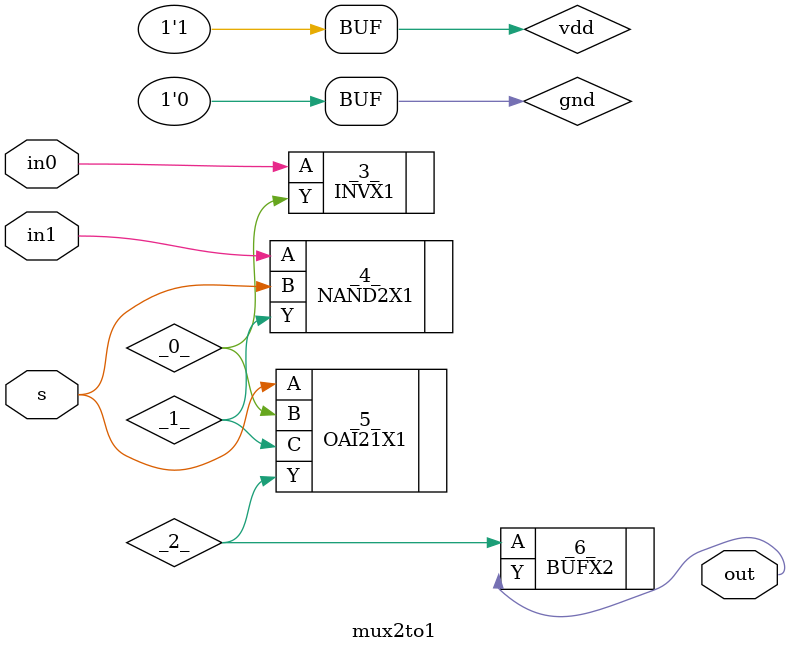
<source format=v>
/* Verilog module written by vlog2Verilog (qflow) */

module mux2to1(
    input in0,
    input in1,
    output out,
    input s
);

wire vdd = 1'b1;
wire gnd = 1'b0;

wire s ;
wire out ;
wire _1_ ;
wire _0_ ;
wire _2_ ;
wire in0 ;
wire in1 ;

FILL SFILL1040x100 (
);

FILL SFILL1520x100 (
);

NAND2X1 _4_ (
    .A(in1),
    .B(s),
    .Y(_1_)
);

FILL SFILL1360x100 (
);

FILL SFILL1680x100 (
);

FILL SFILL3120x100 (
);

BUFX2 _6_ (
    .A(_2_),
    .Y(out)
);

INVX1 _3_ (
    .A(in0),
    .Y(_0_)
);

FILL SFILL3440x100 (
);

FILL SFILL3280x100 (
);

OAI21X1 _5_ (
    .A(s),
    .B(_0_),
    .C(_1_),
    .Y(_2_)
);

FILL SFILL2000x100 (
);

FILL SFILL2960x100 (
);

FILL SFILL1840x100 (
);

FILL SFILL2160x100 (
);

FILL SFILL1200x100 (
);

endmodule

</source>
